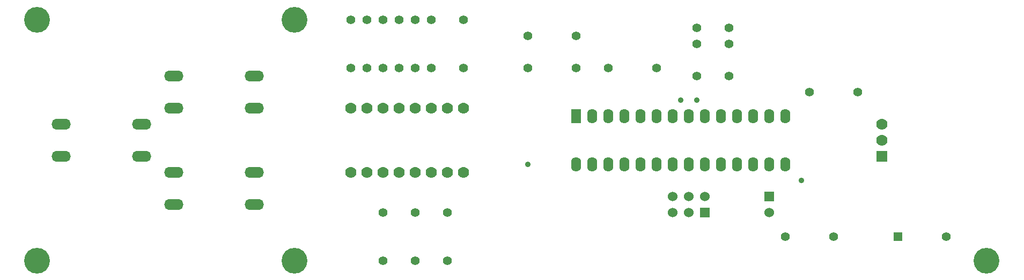
<source format=gts>
G04 (created by PCBNEW (2013-june-11)-stable) date Thu 27 Nov 2014 20:22:07 CET*
%MOIN*%
G04 Gerber Fmt 3.4, Leading zero omitted, Abs format*
%FSLAX34Y34*%
G01*
G70*
G90*
G04 APERTURE LIST*
%ADD10C,0.00590551*%
%ADD11C,0.16*%
%ADD12O,0.12X0.068*%
%ADD13C,0.07*%
%ADD14C,0.055*%
%ADD15R,0.06X0.06*%
%ADD16C,0.06*%
%ADD17C,0.056*%
%ADD18R,0.056X0.056*%
%ADD19O,0.062X0.09*%
%ADD20R,0.062X0.09*%
%ADD21R,0.07X0.07*%
%ADD22C,0.035*%
G04 APERTURE END LIST*
G54D10*
G54D11*
X76500Y-52500D03*
X76500Y-67500D03*
G54D12*
X67000Y-59000D03*
X67000Y-61000D03*
X62000Y-59000D03*
X62000Y-61000D03*
X74000Y-62000D03*
X74000Y-64000D03*
X69000Y-62000D03*
X69000Y-64000D03*
X74000Y-56000D03*
X74000Y-58000D03*
X69000Y-56000D03*
X69000Y-58000D03*
G54D13*
X80000Y-62000D03*
X81000Y-62000D03*
X82000Y-62000D03*
X83000Y-62000D03*
X84000Y-62000D03*
X85000Y-62000D03*
X86000Y-62000D03*
X87000Y-62000D03*
X87000Y-58000D03*
X86000Y-58000D03*
X85000Y-58000D03*
X84000Y-58000D03*
X83000Y-58000D03*
X82000Y-58000D03*
X81000Y-58000D03*
X80000Y-58000D03*
G54D14*
X94000Y-55500D03*
X94000Y-53500D03*
X91000Y-55500D03*
X91000Y-53500D03*
G54D15*
X102000Y-64500D03*
G54D16*
X102000Y-63500D03*
X101000Y-64500D03*
X101000Y-63500D03*
X100000Y-64500D03*
X100000Y-63500D03*
G54D15*
X106000Y-63500D03*
G54D16*
X106000Y-64500D03*
G54D17*
X101500Y-56000D03*
X103500Y-56000D03*
G54D14*
X103500Y-53000D03*
X103500Y-54000D03*
X101500Y-53000D03*
X101500Y-54000D03*
G54D18*
X114000Y-66000D03*
G54D17*
X117000Y-66000D03*
G54D19*
X95000Y-58500D03*
X96000Y-58500D03*
X97000Y-58500D03*
X98000Y-58500D03*
X99000Y-58500D03*
X100000Y-58500D03*
X101000Y-58500D03*
X102000Y-58500D03*
X103000Y-58500D03*
X104000Y-58500D03*
X105000Y-58500D03*
X106000Y-58500D03*
X107000Y-58500D03*
G54D20*
X94000Y-58500D03*
G54D19*
X107000Y-61500D03*
X106000Y-61500D03*
X105000Y-61500D03*
X104000Y-61500D03*
X103000Y-61500D03*
X102000Y-61500D03*
X101000Y-61500D03*
X100000Y-61500D03*
X99000Y-61500D03*
X98000Y-61500D03*
X97000Y-61500D03*
X96000Y-61500D03*
X95000Y-61500D03*
X94000Y-61500D03*
G54D14*
X82000Y-67500D03*
X82000Y-64500D03*
X110000Y-66000D03*
X107000Y-66000D03*
X86000Y-67500D03*
X86000Y-64500D03*
X81000Y-52500D03*
X81000Y-55500D03*
X85000Y-52500D03*
X85000Y-55500D03*
X84000Y-67500D03*
X84000Y-64500D03*
X83000Y-52500D03*
X83000Y-55500D03*
X80000Y-52500D03*
X80000Y-55500D03*
X82000Y-52500D03*
X82000Y-55500D03*
X87000Y-52500D03*
X87000Y-55500D03*
X84000Y-52500D03*
X84000Y-55500D03*
X96000Y-55500D03*
X99000Y-55500D03*
X108500Y-57000D03*
X111500Y-57000D03*
G54D13*
X113000Y-59000D03*
X113000Y-60000D03*
G54D21*
X113000Y-61000D03*
G54D11*
X60500Y-52500D03*
X60500Y-67500D03*
X119500Y-67500D03*
G54D22*
X108000Y-62500D03*
X101500Y-57500D03*
X100500Y-57500D03*
X91000Y-61500D03*
M02*

</source>
